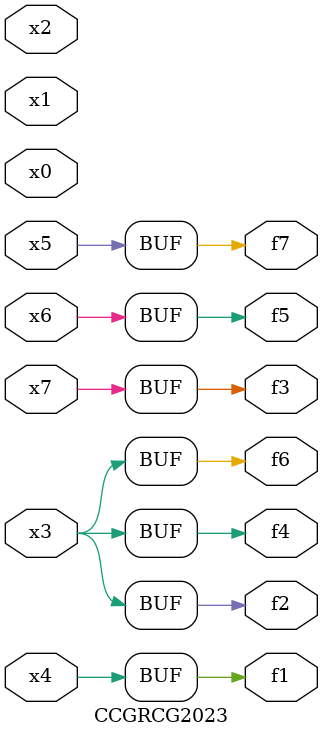
<source format=v>
module CCGRCG2023(
	input x0, x1, x2, x3, x4, x5, x6, x7,
	output f1, f2, f3, f4, f5, f6, f7
);
	assign f1 = x4;
	assign f2 = x3;
	assign f3 = x7;
	assign f4 = x3;
	assign f5 = x6;
	assign f6 = x3;
	assign f7 = x5;
endmodule

</source>
